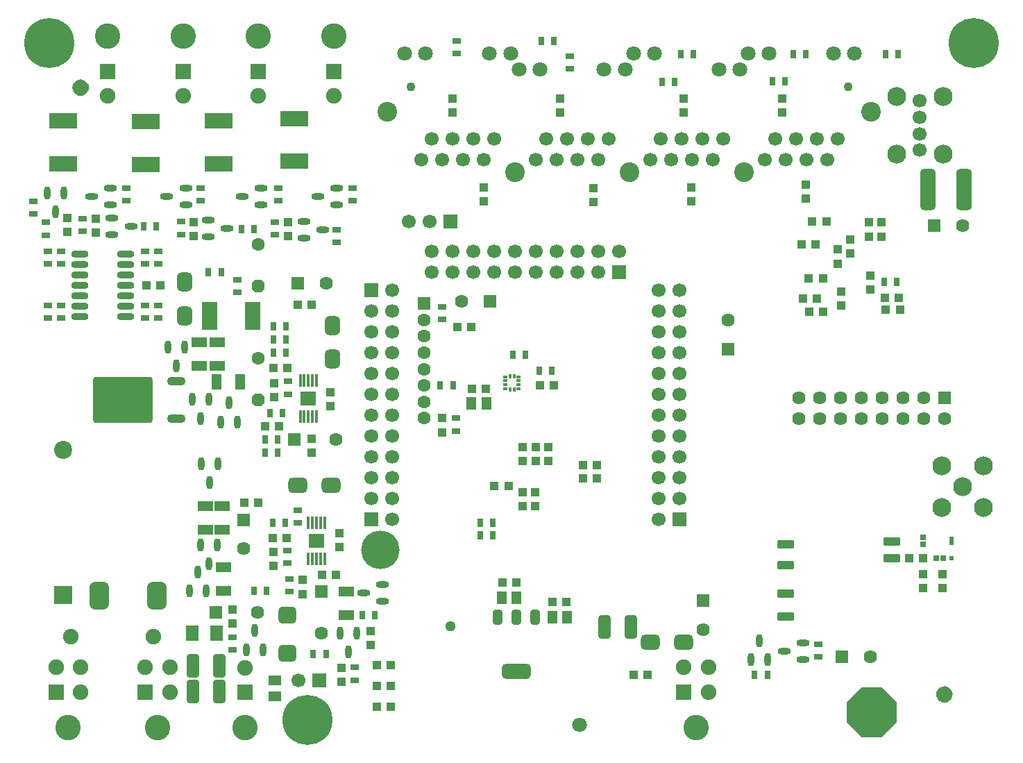
<source format=gbs>
G04*
G04 #@! TF.GenerationSoftware,Altium Limited,Altium Designer,19.1.7 (138)*
G04*
G04 Layer_Color=16711935*
%FSLAX24Y24*%
%MOIN*%
G70*
G01*
G75*
%ADD46O,0.0320X0.0630*%
%ADD47R,0.0591X0.0453*%
%ADD48R,0.0394X0.0315*%
%ADD51O,0.0630X0.0320*%
%ADD54R,0.0315X0.0394*%
%ADD55R,0.0492X0.0610*%
%ADD56R,0.0433X0.0394*%
%ADD57R,0.0394X0.0433*%
%ADD60O,0.0839X0.0335*%
%ADD65C,0.0512*%
G04:AMPARAMS|DCode=66|XSize=90.6mil|YSize=72.8mil|CornerRadius=19.2mil|HoleSize=0mil|Usage=FLASHONLY|Rotation=0.000|XOffset=0mil|YOffset=0mil|HoleType=Round|Shape=RoundedRectangle|*
%AMROUNDEDRECTD66*
21,1,0.0906,0.0344,0,0,0.0*
21,1,0.0522,0.0728,0,0,0.0*
1,1,0.0384,0.0261,-0.0172*
1,1,0.0384,-0.0261,-0.0172*
1,1,0.0384,-0.0261,0.0172*
1,1,0.0384,0.0261,0.0172*
%
%ADD66ROUNDEDRECTD66*%
G04:AMPARAMS|DCode=67|XSize=131.9mil|YSize=94.5mil|CornerRadius=24.6mil|HoleSize=0mil|Usage=FLASHONLY|Rotation=90.000|XOffset=0mil|YOffset=0mil|HoleType=Round|Shape=RoundedRectangle|*
%AMROUNDEDRECTD67*
21,1,0.1319,0.0453,0,0,90.0*
21,1,0.0827,0.0945,0,0,90.0*
1,1,0.0492,0.0226,0.0413*
1,1,0.0492,0.0226,-0.0413*
1,1,0.0492,-0.0226,-0.0413*
1,1,0.0492,-0.0226,0.0413*
%
%ADD67ROUNDEDRECTD67*%
%ADD70C,0.0748*%
%ADD71C,0.0639*%
%ADD72R,0.0639X0.0639*%
%ADD73C,0.0906*%
%ADD74C,0.0669*%
%ADD75R,0.0669X0.0669*%
%ADD76C,0.1850*%
%ADD77R,0.0669X0.0669*%
%ADD78R,0.0639X0.0639*%
%ADD79C,0.0630*%
%ADD80P,0.0682X8X292.5*%
%ADD81C,0.0709*%
%ADD82R,0.0630X0.0630*%
%ADD83R,0.0748X0.0748*%
%ADD84C,0.1220*%
%ADD85C,0.0866*%
%ADD86R,0.0866X0.0866*%
%ADD87P,0.2599X8X292.5*%
%ADD88C,0.2402*%
%ADD89C,0.0945*%
%ADD90C,0.0433*%
%ADD190R,0.0256X0.0276*%
%ADD191R,0.0276X0.0256*%
%ADD192R,0.0768X0.0650*%
%ADD193O,0.0157X0.0610*%
%ADD194R,0.0236X0.0394*%
%ADD195R,0.0236X0.0236*%
G04:AMPARAMS|DCode=196|XSize=114.2mil|YSize=63mil|CornerRadius=16.7mil|HoleSize=0mil|Usage=FLASHONLY|Rotation=90.000|XOffset=0mil|YOffset=0mil|HoleType=Round|Shape=RoundedRectangle|*
%AMROUNDEDRECTD196*
21,1,0.1142,0.0295,0,0,90.0*
21,1,0.0807,0.0630,0,0,90.0*
1,1,0.0335,0.0148,0.0404*
1,1,0.0335,0.0148,-0.0404*
1,1,0.0335,-0.0148,-0.0404*
1,1,0.0335,-0.0148,0.0404*
%
%ADD196ROUNDEDRECTD196*%
G04:AMPARAMS|DCode=197|XSize=198.8mil|YSize=74.8mil|CornerRadius=19.7mil|HoleSize=0mil|Usage=FLASHONLY|Rotation=90.000|XOffset=0mil|YOffset=0mil|HoleType=Round|Shape=RoundedRectangle|*
%AMROUNDEDRECTD197*
21,1,0.1988,0.0354,0,0,90.0*
21,1,0.1594,0.0748,0,0,90.0*
1,1,0.0394,0.0177,0.0797*
1,1,0.0394,0.0177,-0.0797*
1,1,0.0394,-0.0177,-0.0797*
1,1,0.0394,-0.0177,0.0797*
%
%ADD197ROUNDEDRECTD197*%
G04:AMPARAMS|DCode=198|XSize=45.3mil|YSize=72.8mil|CornerRadius=12.3mil|HoleSize=0mil|Usage=FLASHONLY|Rotation=0.000|XOffset=0mil|YOffset=0mil|HoleType=Round|Shape=RoundedRectangle|*
%AMROUNDEDRECTD198*
21,1,0.0453,0.0482,0,0,0.0*
21,1,0.0207,0.0728,0,0,0.0*
1,1,0.0246,0.0103,-0.0241*
1,1,0.0246,-0.0103,-0.0241*
1,1,0.0246,-0.0103,0.0241*
1,1,0.0246,0.0103,0.0241*
%
%ADD198ROUNDEDRECTD198*%
G04:AMPARAMS|DCode=199|XSize=45.3mil|YSize=72.8mil|CornerRadius=12.3mil|HoleSize=0mil|Usage=FLASHONLY|Rotation=0.000|XOffset=0mil|YOffset=0mil|HoleType=Round|Shape=RoundedRectangle|*
%AMROUNDEDRECTD199*
21,1,0.0453,0.0482,0,0,0.0*
21,1,0.0207,0.0728,0,0,0.0*
1,1,0.0246,0.0103,-0.0241*
1,1,0.0246,-0.0103,-0.0241*
1,1,0.0246,-0.0103,0.0241*
1,1,0.0246,0.0103,0.0241*
%
%ADD199ROUNDEDRECTD199*%
G04:AMPARAMS|DCode=200|XSize=137.8mil|YSize=72.8mil|CornerRadius=19.2mil|HoleSize=0mil|Usage=FLASHONLY|Rotation=0.000|XOffset=0mil|YOffset=0mil|HoleType=Round|Shape=RoundedRectangle|*
%AMROUNDEDRECTD200*
21,1,0.1378,0.0344,0,0,0.0*
21,1,0.0994,0.0728,0,0,0.0*
1,1,0.0384,0.0497,-0.0172*
1,1,0.0384,-0.0497,-0.0172*
1,1,0.0384,-0.0497,0.0172*
1,1,0.0384,0.0497,0.0172*
%
%ADD200ROUNDEDRECTD200*%
%ADD201R,0.0728X0.0453*%
G04:AMPARAMS|DCode=202|XSize=86.6mil|YSize=82.7mil|CornerRadius=21.7mil|HoleSize=0mil|Usage=FLASHONLY|Rotation=180.000|XOffset=0mil|YOffset=0mil|HoleType=Round|Shape=RoundedRectangle|*
%AMROUNDEDRECTD202*
21,1,0.0866,0.0394,0,0,180.0*
21,1,0.0433,0.0827,0,0,180.0*
1,1,0.0433,-0.0217,0.0197*
1,1,0.0433,0.0217,0.0197*
1,1,0.0433,0.0217,-0.0197*
1,1,0.0433,-0.0217,-0.0197*
%
%ADD202ROUNDEDRECTD202*%
G04:AMPARAMS|DCode=203|XSize=82.7mil|YSize=43.3mil|CornerRadius=11.8mil|HoleSize=0mil|Usage=FLASHONLY|Rotation=180.000|XOffset=0mil|YOffset=0mil|HoleType=Round|Shape=RoundedRectangle|*
%AMROUNDEDRECTD203*
21,1,0.0827,0.0197,0,0,180.0*
21,1,0.0591,0.0433,0,0,180.0*
1,1,0.0236,-0.0295,0.0098*
1,1,0.0236,0.0295,0.0098*
1,1,0.0236,0.0295,-0.0098*
1,1,0.0236,-0.0295,-0.0098*
%
%ADD203ROUNDEDRECTD203*%
%ADD204R,0.1378X0.0748*%
G04:AMPARAMS|DCode=205|XSize=90.6mil|YSize=72.8mil|CornerRadius=19.2mil|HoleSize=0mil|Usage=FLASHONLY|Rotation=270.000|XOffset=0mil|YOffset=0mil|HoleType=Round|Shape=RoundedRectangle|*
%AMROUNDEDRECTD205*
21,1,0.0906,0.0344,0,0,270.0*
21,1,0.0522,0.0728,0,0,270.0*
1,1,0.0384,-0.0172,-0.0261*
1,1,0.0384,-0.0172,0.0261*
1,1,0.0384,0.0172,0.0261*
1,1,0.0384,0.0172,-0.0261*
%
%ADD205ROUNDEDRECTD205*%
%ADD206R,0.0748X0.1378*%
G04:AMPARAMS|DCode=207|XSize=283.5mil|YSize=222.4mil|CornerRadius=12.9mil|HoleSize=0mil|Usage=FLASHONLY|Rotation=180.000|XOffset=0mil|YOffset=0mil|HoleType=Round|Shape=RoundedRectangle|*
%AMROUNDEDRECTD207*
21,1,0.2835,0.1967,0,0,180.0*
21,1,0.2577,0.2224,0,0,180.0*
1,1,0.0258,-0.1288,0.0983*
1,1,0.0258,0.1288,0.0983*
1,1,0.0258,0.1288,-0.0983*
1,1,0.0258,-0.1288,-0.0983*
%
%ADD207ROUNDEDRECTD207*%
%ADD208O,0.0886X0.0433*%
%ADD209R,0.0453X0.0728*%
%ADD210R,0.0591X0.0748*%
%ADD211R,0.0197X0.0157*%
%ADD212R,0.0157X0.0197*%
G36*
X10338Y38100D02*
X10325Y37998D01*
X10285Y37902D01*
X10222Y37820D01*
X10139Y37757D01*
X10044Y37717D01*
X9941Y37703D01*
X9838Y37717D01*
X9742Y37757D01*
X9660Y37820D01*
X9597Y37902D01*
X9557Y37998D01*
X9544Y38100D01*
D01*
X9557Y38203D01*
X9597Y38299D01*
X9660Y38381D01*
X9742Y38444D01*
X9838Y38484D01*
X9941Y38497D01*
X10044Y38484D01*
X10139Y38444D01*
X10222Y38381D01*
X10285Y38299D01*
X10325Y38203D01*
X10338Y38100D01*
D01*
D02*
G37*
G36*
X51834Y8967D02*
X51821Y8864D01*
X51781Y8768D01*
X51718Y8686D01*
X51636Y8623D01*
X51540Y8583D01*
X51437Y8569D01*
X51334Y8583D01*
X51238Y8623D01*
X51156Y8686D01*
X51093Y8768D01*
X51053Y8864D01*
X51040Y8967D01*
D01*
X51053Y9069D01*
X51093Y9165D01*
X51156Y9247D01*
X51238Y9310D01*
X51334Y9350D01*
X51437Y9364D01*
X51540Y9350D01*
X51636Y9310D01*
X51718Y9247D01*
X51781Y9165D01*
X51821Y9069D01*
X51834Y8967D01*
D01*
D02*
G37*
D46*
X42528Y11556D02*
D03*
X42128Y10646D02*
D03*
X42928D02*
D03*
X22802Y10994D02*
D03*
X22402Y11904D02*
D03*
X23202D02*
D03*
X18291Y12027D02*
D03*
X17891Y11117D02*
D03*
X18691D02*
D03*
X8724Y32131D02*
D03*
X9124Y33041D02*
D03*
X8324D02*
D03*
X14534Y24735D02*
D03*
X14934Y25645D02*
D03*
X14134D02*
D03*
X17080Y22962D02*
D03*
X16680Y22052D02*
D03*
X17480D02*
D03*
X15715Y22215D02*
D03*
X16115Y23125D02*
D03*
X15315D02*
D03*
X16109Y15246D02*
D03*
X16509Y16156D02*
D03*
X15709D02*
D03*
X16148Y19144D02*
D03*
X16548Y20054D02*
D03*
X15748D02*
D03*
X15584Y14852D02*
D03*
X15184Y13942D02*
D03*
X15984D02*
D03*
D47*
X19262Y9626D02*
D03*
Y8878D02*
D03*
D48*
X27303Y26959D02*
D03*
Y27569D02*
D03*
X22254Y31280D02*
D03*
Y30670D02*
D03*
X14764Y31053D02*
D03*
Y31663D02*
D03*
X10030Y31201D02*
D03*
Y31811D02*
D03*
X20374Y17205D02*
D03*
Y17815D02*
D03*
X45384Y10778D02*
D03*
Y11388D02*
D03*
X27972Y22224D02*
D03*
Y21614D02*
D03*
X23100Y10266D02*
D03*
Y9656D02*
D03*
X17234Y11712D02*
D03*
Y11102D02*
D03*
X19262Y31653D02*
D03*
Y31043D02*
D03*
X8258Y31014D02*
D03*
Y31624D02*
D03*
X7667Y32647D02*
D03*
Y32037D02*
D03*
X12136Y32668D02*
D03*
Y33278D02*
D03*
X23002Y32668D02*
D03*
Y33278D02*
D03*
X19429Y32668D02*
D03*
Y33278D02*
D03*
X15699Y32668D02*
D03*
Y33278D02*
D03*
X8996Y30256D02*
D03*
Y29646D02*
D03*
X8366Y29646D02*
D03*
Y30256D02*
D03*
Y27647D02*
D03*
Y27037D02*
D03*
X8996Y27038D02*
D03*
Y27648D02*
D03*
X13681Y27647D02*
D03*
Y27037D02*
D03*
X13051Y27038D02*
D03*
Y27648D02*
D03*
Y30256D02*
D03*
Y29646D02*
D03*
X13681Y29646D02*
D03*
Y30256D02*
D03*
X17461Y28868D02*
D03*
Y28258D02*
D03*
X19902Y23996D02*
D03*
Y23386D02*
D03*
X19862Y15886D02*
D03*
Y15276D02*
D03*
X19980Y14508D02*
D03*
Y13898D02*
D03*
X28012Y40344D02*
D03*
Y39734D02*
D03*
X33445Y39616D02*
D03*
Y39006D02*
D03*
D51*
X22249Y33287D02*
D03*
Y32487D02*
D03*
X21339Y32887D02*
D03*
X20664Y30876D02*
D03*
Y31676D02*
D03*
X21574Y31276D02*
D03*
X18617Y33287D02*
D03*
Y32487D02*
D03*
X17707Y32887D02*
D03*
X16078Y30925D02*
D03*
Y31725D02*
D03*
X16988Y31325D02*
D03*
X14995Y33287D02*
D03*
Y32487D02*
D03*
X14085Y32887D02*
D03*
X11452Y31033D02*
D03*
Y31833D02*
D03*
X12362Y31433D02*
D03*
X23529Y13845D02*
D03*
X24439Y14245D02*
D03*
Y13445D02*
D03*
X43741Y11043D02*
D03*
X44651Y10643D02*
D03*
Y11443D02*
D03*
X10473Y32887D02*
D03*
X11383Y32487D02*
D03*
Y33287D02*
D03*
D54*
X29144Y17215D02*
D03*
X29754D02*
D03*
X29144Y16604D02*
D03*
X29754D02*
D03*
X27215Y23799D02*
D03*
X27825D02*
D03*
X48612Y39715D02*
D03*
X49222D02*
D03*
X42318Y9913D02*
D03*
X42928D02*
D03*
X23475Y12766D02*
D03*
X24085D02*
D03*
X21732Y10906D02*
D03*
X21122D02*
D03*
X18868Y13947D02*
D03*
X18258D02*
D03*
X18267Y31319D02*
D03*
X17657D02*
D03*
X13582Y31437D02*
D03*
X12972D02*
D03*
X16693Y29232D02*
D03*
X16083D02*
D03*
X19813Y26644D02*
D03*
X19203D02*
D03*
X19203Y26014D02*
D03*
X19813D02*
D03*
X19813Y25384D02*
D03*
X19203D02*
D03*
X19655Y22470D02*
D03*
X19045D02*
D03*
X18809Y20581D02*
D03*
X19419D02*
D03*
X19419Y21211D02*
D03*
X18809D02*
D03*
X19773Y17195D02*
D03*
X19163D02*
D03*
X32569Y24518D02*
D03*
X31959D02*
D03*
X30699Y25266D02*
D03*
X31309D02*
D03*
X32687Y40344D02*
D03*
X32077D02*
D03*
X38474Y38376D02*
D03*
X37864D02*
D03*
X39370Y39715D02*
D03*
X38760D02*
D03*
X43789Y38415D02*
D03*
X43179D02*
D03*
X44773Y39715D02*
D03*
X44163D02*
D03*
X48534Y28770D02*
D03*
X49144D02*
D03*
D55*
X30876Y13612D02*
D03*
X30167D02*
D03*
X33317Y12687D02*
D03*
X32608D02*
D03*
X28720Y22943D02*
D03*
X29429D02*
D03*
D56*
X30492Y18976D02*
D03*
X29823D02*
D03*
X44587Y30581D02*
D03*
X45256D02*
D03*
X18465Y18179D02*
D03*
X17795D02*
D03*
X37175Y9892D02*
D03*
X36506D02*
D03*
X50404Y15522D02*
D03*
X49734D02*
D03*
X28051Y26604D02*
D03*
X28720D02*
D03*
X34754Y19350D02*
D03*
X34085D02*
D03*
X34754Y19970D02*
D03*
X34085D02*
D03*
X30207Y14331D02*
D03*
X30876D02*
D03*
X32608Y13396D02*
D03*
X33278D02*
D03*
X24833Y10374D02*
D03*
X24163D02*
D03*
X13110Y28612D02*
D03*
X13780D02*
D03*
X20374Y27667D02*
D03*
X21043D02*
D03*
X19882Y24636D02*
D03*
X19213D02*
D03*
X19468Y21841D02*
D03*
X18799D02*
D03*
X19843Y16486D02*
D03*
X19173D02*
D03*
X21535Y14715D02*
D03*
X22205D02*
D03*
X24163Y8386D02*
D03*
X24833D02*
D03*
X24163Y9370D02*
D03*
X24833D02*
D03*
X28740Y23652D02*
D03*
X29409D02*
D03*
X32008Y23809D02*
D03*
X32677D02*
D03*
X49291Y27431D02*
D03*
X48622D02*
D03*
X45305Y27972D02*
D03*
X44636D02*
D03*
X45620Y27333D02*
D03*
X44951D02*
D03*
X45591Y28927D02*
D03*
X44921D02*
D03*
X45089Y31663D02*
D03*
X45758D02*
D03*
X48583Y28022D02*
D03*
X49252D02*
D03*
D57*
X46319Y30325D02*
D03*
Y29656D02*
D03*
X46914Y30792D02*
D03*
Y30123D02*
D03*
X47816Y30955D02*
D03*
Y31624D02*
D03*
X48406Y30955D02*
D03*
Y31624D02*
D03*
X15374Y31654D02*
D03*
Y30984D02*
D03*
X10669Y31821D02*
D03*
Y31152D02*
D03*
X22382Y16033D02*
D03*
Y16703D02*
D03*
X23868Y12008D02*
D03*
Y11339D02*
D03*
X17235Y12362D02*
D03*
Y13032D02*
D03*
X51348Y14744D02*
D03*
Y14075D02*
D03*
X50404Y14744D02*
D03*
Y14075D02*
D03*
X27313Y21555D02*
D03*
Y22224D02*
D03*
X32421Y20187D02*
D03*
Y20856D02*
D03*
X31801Y20187D02*
D03*
Y20856D02*
D03*
X31171Y20187D02*
D03*
Y20856D02*
D03*
X31781Y18671D02*
D03*
Y18002D02*
D03*
X31161Y18671D02*
D03*
Y18002D02*
D03*
X22480Y9587D02*
D03*
Y10256D02*
D03*
X19911Y30974D02*
D03*
Y31644D02*
D03*
X9291Y31181D02*
D03*
Y31850D02*
D03*
X19232Y23238D02*
D03*
Y23907D02*
D03*
X21949Y23474D02*
D03*
Y22805D02*
D03*
X21043Y21230D02*
D03*
Y20561D02*
D03*
X19193Y15128D02*
D03*
Y15797D02*
D03*
X20610Y14459D02*
D03*
Y13789D02*
D03*
X27815Y36900D02*
D03*
Y37569D02*
D03*
X43642Y36900D02*
D03*
Y37569D02*
D03*
X32972Y36900D02*
D03*
Y37569D02*
D03*
X38917Y36900D02*
D03*
Y37569D02*
D03*
X44783Y33435D02*
D03*
Y32766D02*
D03*
X39272Y33317D02*
D03*
Y32648D02*
D03*
X34587Y33278D02*
D03*
Y32608D02*
D03*
X29311Y33317D02*
D03*
Y32648D02*
D03*
X46476Y27628D02*
D03*
Y28297D02*
D03*
X47874Y28396D02*
D03*
Y29065D02*
D03*
D60*
X9902Y29100D02*
D03*
X12102D02*
D03*
X9902Y27600D02*
D03*
Y28100D02*
D03*
Y28600D02*
D03*
Y27100D02*
D03*
X12102Y27600D02*
D03*
Y28100D02*
D03*
Y28600D02*
D03*
Y27100D02*
D03*
X9902Y29600D02*
D03*
Y30100D02*
D03*
X12102Y29600D02*
D03*
Y30100D02*
D03*
D65*
X9941Y38100D02*
D03*
X51437Y8967D02*
D03*
X27697Y12234D02*
D03*
D66*
X38907Y11457D02*
D03*
X37293D02*
D03*
X20374Y19006D02*
D03*
X21988D02*
D03*
D67*
X10837Y13691D02*
D03*
X13593D02*
D03*
D70*
X13425Y11737D02*
D03*
X9488D02*
D03*
X22106Y37707D02*
D03*
X14862D02*
D03*
X11240D02*
D03*
X18484D02*
D03*
X17854Y10245D02*
D03*
X40098Y9085D02*
D03*
Y10266D02*
D03*
X38917D02*
D03*
X9941Y9085D02*
D03*
Y10266D02*
D03*
X8760D02*
D03*
X14232Y9085D02*
D03*
Y10266D02*
D03*
X13051D02*
D03*
D71*
X50427Y23199D02*
D03*
X49427D02*
D03*
X47427D02*
D03*
X46427D02*
D03*
X44427D02*
D03*
X50427Y22199D02*
D03*
X49427D02*
D03*
X47427D02*
D03*
X46427D02*
D03*
X44427D02*
D03*
X48427Y23199D02*
D03*
X45427D02*
D03*
X51427Y22199D02*
D03*
X48427D02*
D03*
X45427D02*
D03*
X52323Y31467D02*
D03*
X41043Y26929D02*
D03*
X47884Y10758D02*
D03*
X39852Y12087D02*
D03*
X28228Y27844D02*
D03*
X21752Y28691D02*
D03*
X22217Y21211D02*
D03*
X17776Y15974D02*
D03*
X21516Y11904D02*
D03*
X18437Y12904D02*
D03*
D72*
X51427Y23199D02*
D03*
X50945Y31467D02*
D03*
X46506Y10758D02*
D03*
X29606Y27844D02*
D03*
X20374Y28691D02*
D03*
X20217Y21211D02*
D03*
X16437Y12904D02*
D03*
D73*
X52303Y18937D02*
D03*
X53303Y17937D02*
D03*
X51303D02*
D03*
X53303Y19937D02*
D03*
X51303D02*
D03*
X49134Y37657D02*
D03*
Y34902D02*
D03*
X51378Y37657D02*
D03*
Y34902D02*
D03*
D74*
X38701Y19372D02*
D03*
X37701D02*
D03*
X38701Y20372D02*
D03*
Y18372D02*
D03*
X37701Y20372D02*
D03*
Y18372D02*
D03*
Y21374D02*
D03*
Y23374D02*
D03*
X38701Y21374D02*
D03*
Y23374D02*
D03*
X37701Y22374D02*
D03*
X38701D02*
D03*
Y28378D02*
D03*
X37701D02*
D03*
X38701Y27378D02*
D03*
X37701D02*
D03*
Y24376D02*
D03*
Y26376D02*
D03*
X38701Y24376D02*
D03*
Y26376D02*
D03*
X37701Y25376D02*
D03*
X38701D02*
D03*
X37701Y17372D02*
D03*
X32805Y29232D02*
D03*
Y30236D02*
D03*
X33805Y29232D02*
D03*
X31805D02*
D03*
X33805Y30236D02*
D03*
X31805D02*
D03*
X34803D02*
D03*
Y29232D02*
D03*
X35807Y30236D02*
D03*
X29803Y29232D02*
D03*
Y30236D02*
D03*
X30803Y29232D02*
D03*
X28803D02*
D03*
X30803Y30236D02*
D03*
X28803D02*
D03*
X27801D02*
D03*
Y29232D02*
D03*
X26801Y30236D02*
D03*
Y29232D02*
D03*
X24902Y28376D02*
D03*
X23907Y20372D02*
D03*
X24902D02*
D03*
X23907Y19372D02*
D03*
Y21372D02*
D03*
X24902Y19372D02*
D03*
Y21372D02*
D03*
Y18370D02*
D03*
X23907D02*
D03*
X24902Y17370D02*
D03*
X23907Y23374D02*
D03*
X24902D02*
D03*
X23907Y22374D02*
D03*
Y24374D02*
D03*
X24902Y22374D02*
D03*
Y24374D02*
D03*
Y27376D02*
D03*
Y25376D02*
D03*
X23907Y27376D02*
D03*
Y25376D02*
D03*
X24902Y26376D02*
D03*
X23907D02*
D03*
X20394Y9636D02*
D03*
X26713Y31683D02*
D03*
X25713D02*
D03*
X50256Y35098D02*
D03*
Y35886D02*
D03*
Y36673D02*
D03*
Y37461D02*
D03*
X42799Y34630D02*
D03*
X43299Y35630D02*
D03*
X43799Y34630D02*
D03*
X44299Y35630D02*
D03*
X44799Y34630D02*
D03*
X45299Y35630D02*
D03*
X45799Y34630D02*
D03*
X46299Y35630D02*
D03*
X37299Y34630D02*
D03*
X37799Y35630D02*
D03*
X38299Y34630D02*
D03*
X38799Y35630D02*
D03*
X39299Y34630D02*
D03*
X39799Y35630D02*
D03*
X40299Y34630D02*
D03*
X40799Y35630D02*
D03*
X31799Y34630D02*
D03*
X32299Y35630D02*
D03*
X32799Y34630D02*
D03*
X33299Y35630D02*
D03*
X33799Y34630D02*
D03*
X34299Y35630D02*
D03*
X34799Y34630D02*
D03*
X35299Y35630D02*
D03*
X26299Y34630D02*
D03*
X26799Y35630D02*
D03*
X27299Y34630D02*
D03*
X27799Y35630D02*
D03*
X28299Y34630D02*
D03*
X28799Y35630D02*
D03*
X29299Y34630D02*
D03*
X29799Y35630D02*
D03*
D75*
X38701Y17372D02*
D03*
X23907Y17370D02*
D03*
Y28376D02*
D03*
D76*
X24331Y15915D02*
D03*
D77*
X35807Y29232D02*
D03*
X21394Y9636D02*
D03*
X27713Y31683D02*
D03*
D78*
X41043Y25551D02*
D03*
X39852Y13465D02*
D03*
X17776Y17352D02*
D03*
X21516Y13904D02*
D03*
D79*
X18484Y25122D02*
D03*
X26447Y25374D02*
D03*
Y24587D02*
D03*
Y26161D02*
D03*
Y26949D02*
D03*
Y23799D02*
D03*
Y23012D02*
D03*
Y22224D02*
D03*
X18484Y30573D02*
D03*
D80*
Y23122D02*
D03*
Y28573D02*
D03*
D81*
X33917Y7510D02*
D03*
X40600Y38982D02*
D03*
X41604D02*
D03*
X29587Y39730D02*
D03*
X30600D02*
D03*
X30994Y38982D02*
D03*
X31998D02*
D03*
X36093D02*
D03*
X35079D02*
D03*
X37520Y39730D02*
D03*
X36506D02*
D03*
X26506D02*
D03*
X25492D02*
D03*
X43012D02*
D03*
X41998D02*
D03*
X47106D02*
D03*
X46093D02*
D03*
D82*
X26447Y27736D02*
D03*
D83*
X22106Y38888D02*
D03*
X14862D02*
D03*
X11240D02*
D03*
X18484D02*
D03*
X17854Y9064D02*
D03*
X38917Y9085D02*
D03*
X8760D02*
D03*
X13051D02*
D03*
D84*
X22106Y40589D02*
D03*
X14862D02*
D03*
X11240D02*
D03*
X18484D02*
D03*
X17854Y7363D02*
D03*
X39508Y7384D02*
D03*
X9350D02*
D03*
X13642D02*
D03*
D85*
X9114Y20699D02*
D03*
D86*
Y13730D02*
D03*
D87*
X47933Y8100D02*
D03*
D88*
X20846Y7746D02*
D03*
X52854Y40226D02*
D03*
X8445D02*
D03*
D89*
X24661Y36925D02*
D03*
X41799Y34031D02*
D03*
X36299D02*
D03*
X30799D02*
D03*
X47898Y36925D02*
D03*
D90*
X46799Y38130D02*
D03*
X25799D02*
D03*
D190*
X51024Y15512D02*
D03*
X51358D02*
D03*
D191*
X50394Y16496D02*
D03*
Y16161D02*
D03*
D192*
X21280Y16329D02*
D03*
X20886Y23179D02*
D03*
D193*
X21673Y17195D02*
D03*
X21476D02*
D03*
X21280D02*
D03*
X21083D02*
D03*
X20886D02*
D03*
Y15463D02*
D03*
X21083D02*
D03*
X21280D02*
D03*
X21476D02*
D03*
X21673D02*
D03*
X21280Y22313D02*
D03*
X21083D02*
D03*
X20886D02*
D03*
X20689D02*
D03*
X20492D02*
D03*
Y24045D02*
D03*
X20689D02*
D03*
X20886D02*
D03*
X21083D02*
D03*
X21280D02*
D03*
D194*
X51772Y16339D02*
D03*
D195*
X51782Y15512D02*
D03*
D196*
X36368Y12195D02*
D03*
X35108D02*
D03*
X15344Y10335D02*
D03*
X16604D02*
D03*
X15344Y9094D02*
D03*
X16604D02*
D03*
D197*
X50630Y33199D02*
D03*
X52362D02*
D03*
D198*
X29961Y12687D02*
D03*
D199*
X30866Y12687D02*
D03*
X31772D02*
D03*
D200*
X30866Y10089D02*
D03*
D201*
X22707Y13907D02*
D03*
Y12766D02*
D03*
X16516Y24734D02*
D03*
Y25876D02*
D03*
X15650Y24734D02*
D03*
Y25876D02*
D03*
X15925Y18002D02*
D03*
Y16860D02*
D03*
X16752Y18002D02*
D03*
Y16860D02*
D03*
X16801Y15069D02*
D03*
Y13927D02*
D03*
D202*
X19872Y10955D02*
D03*
Y12766D02*
D03*
D203*
X43809Y12707D02*
D03*
Y13799D02*
D03*
X48898Y15522D02*
D03*
Y16309D02*
D03*
X43809Y16161D02*
D03*
Y15167D02*
D03*
D204*
X20207Y36614D02*
D03*
Y34567D02*
D03*
X16585Y36496D02*
D03*
Y34449D02*
D03*
X13081Y36457D02*
D03*
Y34409D02*
D03*
X9104Y36496D02*
D03*
Y34449D02*
D03*
D205*
X14951Y28770D02*
D03*
Y27156D02*
D03*
X22028Y26683D02*
D03*
Y25069D02*
D03*
D206*
X18199Y27146D02*
D03*
X16152D02*
D03*
D207*
X11988Y23100D02*
D03*
D208*
X14547Y23998D02*
D03*
Y22203D02*
D03*
D209*
X17598Y23967D02*
D03*
X16457D02*
D03*
D210*
X15315Y11919D02*
D03*
X16457D02*
D03*
D211*
X30984Y24222D02*
D03*
Y24026D02*
D03*
Y23829D02*
D03*
Y23632D02*
D03*
X30354D02*
D03*
Y23829D02*
D03*
Y24026D02*
D03*
Y24222D02*
D03*
D212*
X30768Y23612D02*
D03*
X30571D02*
D03*
Y24242D02*
D03*
X30768D02*
D03*
M02*

</source>
